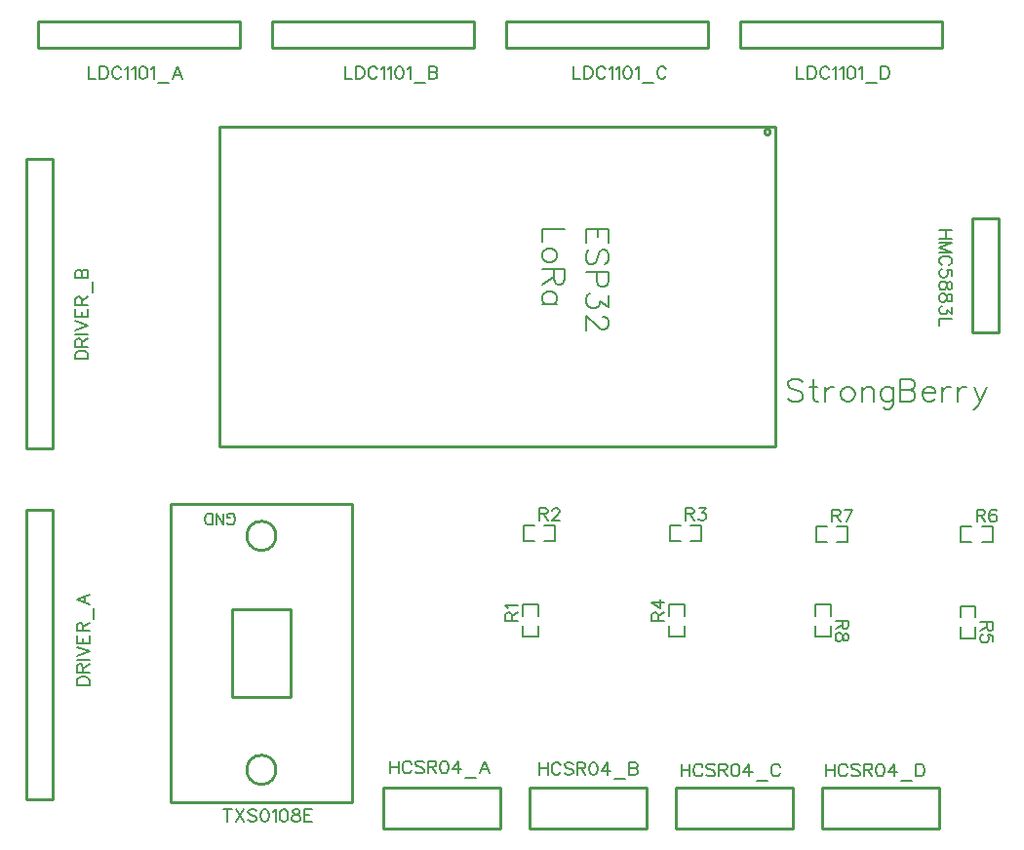
<source format=gto>
G04 Layer: TopSilkLayer*
G04 EasyEDA v6.4.25, 2021-11-04T19:40:49--3:00*
G04 bceacf3c99fb4bb2a8aa43b2ed6fd2bc,9d8cb5f435b04c98b99c45f15073e7be,10*
G04 Gerber Generator version 0.2*
G04 Scale: 100 percent, Rotated: No, Reflected: No *
G04 Dimensions in millimeters *
G04 leading zeros omitted , absolute positions ,4 integer and 5 decimal *
%FSLAX45Y45*%
%MOMM*%

%ADD19C,0.2540*%
%ADD20C,0.1524*%
%ADD21C,0.2032*%

%LPD*%
D21*
X11978386Y3860292D02*
G01*
X11959843Y3878834D01*
X11932158Y3887978D01*
X11895327Y3887978D01*
X11867641Y3878834D01*
X11849100Y3860292D01*
X11849100Y3841750D01*
X11858243Y3823462D01*
X11867641Y3814063D01*
X11885929Y3804920D01*
X11941556Y3786378D01*
X11959843Y3777234D01*
X11969241Y3768089D01*
X11978386Y3749547D01*
X11978386Y3721862D01*
X11959843Y3703320D01*
X11932158Y3694176D01*
X11895327Y3694176D01*
X11867641Y3703320D01*
X11849100Y3721862D01*
X12067031Y3887978D02*
G01*
X12067031Y3731005D01*
X12076429Y3703320D01*
X12094718Y3694176D01*
X12113259Y3694176D01*
X12039345Y3823462D02*
G01*
X12104115Y3823462D01*
X12174220Y3823462D02*
G01*
X12174220Y3694176D01*
X12174220Y3768089D02*
G01*
X12183363Y3795776D01*
X12201906Y3814063D01*
X12220447Y3823462D01*
X12248134Y3823462D01*
X12355322Y3823462D02*
G01*
X12336779Y3814063D01*
X12318238Y3795776D01*
X12309093Y3768089D01*
X12309093Y3749547D01*
X12318238Y3721862D01*
X12336779Y3703320D01*
X12355322Y3694176D01*
X12383008Y3694176D01*
X12401550Y3703320D01*
X12419838Y3721862D01*
X12429236Y3749547D01*
X12429236Y3768089D01*
X12419838Y3795776D01*
X12401550Y3814063D01*
X12383008Y3823462D01*
X12355322Y3823462D01*
X12490195Y3823462D02*
G01*
X12490195Y3694176D01*
X12490195Y3786378D02*
G01*
X12517881Y3814063D01*
X12536170Y3823462D01*
X12564109Y3823462D01*
X12582397Y3814063D01*
X12591795Y3786378D01*
X12591795Y3694176D01*
X12763500Y3823462D02*
G01*
X12763500Y3675634D01*
X12754356Y3647947D01*
X12744958Y3638550D01*
X12726670Y3629405D01*
X12698729Y3629405D01*
X12680441Y3638550D01*
X12763500Y3795776D02*
G01*
X12744958Y3814063D01*
X12726670Y3823462D01*
X12698729Y3823462D01*
X12680441Y3814063D01*
X12661900Y3795776D01*
X12652756Y3768089D01*
X12652756Y3749547D01*
X12661900Y3721862D01*
X12680441Y3703320D01*
X12698729Y3694176D01*
X12726670Y3694176D01*
X12744958Y3703320D01*
X12763500Y3721862D01*
X12824459Y3887978D02*
G01*
X12824459Y3694176D01*
X12824459Y3887978D02*
G01*
X12907518Y3887978D01*
X12935204Y3878834D01*
X12944602Y3869689D01*
X12953745Y3851147D01*
X12953745Y3832605D01*
X12944602Y3814063D01*
X12935204Y3804920D01*
X12907518Y3795776D01*
X12824459Y3795776D02*
G01*
X12907518Y3795776D01*
X12935204Y3786378D01*
X12944602Y3777234D01*
X12953745Y3758692D01*
X12953745Y3731005D01*
X12944602Y3712463D01*
X12935204Y3703320D01*
X12907518Y3694176D01*
X12824459Y3694176D01*
X13014706Y3768089D02*
G01*
X13125450Y3768089D01*
X13125450Y3786378D01*
X13116306Y3804920D01*
X13107161Y3814063D01*
X13088620Y3823462D01*
X13060934Y3823462D01*
X13042391Y3814063D01*
X13023850Y3795776D01*
X13014706Y3768089D01*
X13014706Y3749547D01*
X13023850Y3721862D01*
X13042391Y3703320D01*
X13060934Y3694176D01*
X13088620Y3694176D01*
X13107161Y3703320D01*
X13125450Y3721862D01*
X13186409Y3823462D02*
G01*
X13186409Y3694176D01*
X13186409Y3768089D02*
G01*
X13195808Y3795776D01*
X13214350Y3814063D01*
X13232638Y3823462D01*
X13260324Y3823462D01*
X13321284Y3823462D02*
G01*
X13321284Y3694176D01*
X13321284Y3768089D02*
G01*
X13330681Y3795776D01*
X13348970Y3814063D01*
X13367511Y3823462D01*
X13395197Y3823462D01*
X13465556Y3823462D02*
G01*
X13520927Y3694176D01*
X13576300Y3823462D02*
G01*
X13520927Y3694176D01*
X13502386Y3657092D01*
X13483843Y3638550D01*
X13465556Y3629405D01*
X13456158Y3629405D01*
D20*
X8001000Y6605015D02*
G01*
X8001000Y6496050D01*
X8001000Y6496050D02*
G01*
X8063229Y6496050D01*
X8097520Y6605015D02*
G01*
X8097520Y6496050D01*
X8097520Y6605015D02*
G01*
X8134095Y6605015D01*
X8149590Y6599936D01*
X8160004Y6589521D01*
X8165084Y6579108D01*
X8170418Y6563360D01*
X8170418Y6537452D01*
X8165084Y6521957D01*
X8160004Y6511544D01*
X8149590Y6501129D01*
X8134095Y6496050D01*
X8097520Y6496050D01*
X8282686Y6579108D02*
G01*
X8277352Y6589521D01*
X8266938Y6599936D01*
X8256524Y6605015D01*
X8235950Y6605015D01*
X8225536Y6599936D01*
X8215122Y6589521D01*
X8209788Y6579108D01*
X8204708Y6563360D01*
X8204708Y6537452D01*
X8209788Y6521957D01*
X8215122Y6511544D01*
X8225536Y6501129D01*
X8235950Y6496050D01*
X8256524Y6496050D01*
X8266938Y6501129D01*
X8277352Y6511544D01*
X8282686Y6521957D01*
X8316975Y6584187D02*
G01*
X8327390Y6589521D01*
X8342884Y6605015D01*
X8342884Y6496050D01*
X8377174Y6584187D02*
G01*
X8387588Y6589521D01*
X8403081Y6605015D01*
X8403081Y6496050D01*
X8468613Y6605015D02*
G01*
X8453120Y6599936D01*
X8442706Y6584187D01*
X8437372Y6558279D01*
X8437372Y6542786D01*
X8442706Y6516623D01*
X8453120Y6501129D01*
X8468613Y6496050D01*
X8479027Y6496050D01*
X8494522Y6501129D01*
X8504936Y6516623D01*
X8510270Y6542786D01*
X8510270Y6558279D01*
X8504936Y6584187D01*
X8494522Y6599936D01*
X8479027Y6605015D01*
X8468613Y6605015D01*
X8544559Y6584187D02*
G01*
X8554720Y6589521D01*
X8570468Y6605015D01*
X8570468Y6496050D01*
X8604758Y6459473D02*
G01*
X8698229Y6459473D01*
X8732520Y6605015D02*
G01*
X8732520Y6496050D01*
X8732520Y6605015D02*
G01*
X8779256Y6605015D01*
X8794750Y6599936D01*
X8800084Y6594602D01*
X8805163Y6584187D01*
X8805163Y6573773D01*
X8800084Y6563360D01*
X8794750Y6558279D01*
X8779256Y6553200D01*
X8732520Y6553200D02*
G01*
X8779256Y6553200D01*
X8794750Y6547865D01*
X8800084Y6542786D01*
X8805163Y6532371D01*
X8805163Y6516623D01*
X8800084Y6506210D01*
X8794750Y6501129D01*
X8779256Y6496050D01*
X8732520Y6496050D01*
X9982200Y6605015D02*
G01*
X9982200Y6496050D01*
X9982200Y6496050D02*
G01*
X10044429Y6496050D01*
X10078720Y6605015D02*
G01*
X10078720Y6496050D01*
X10078720Y6605015D02*
G01*
X10115295Y6605015D01*
X10130790Y6599936D01*
X10141204Y6589521D01*
X10146284Y6579108D01*
X10151618Y6563360D01*
X10151618Y6537452D01*
X10146284Y6521957D01*
X10141204Y6511544D01*
X10130790Y6501129D01*
X10115295Y6496050D01*
X10078720Y6496050D01*
X10263886Y6579108D02*
G01*
X10258552Y6589521D01*
X10248138Y6599936D01*
X10237724Y6605015D01*
X10217150Y6605015D01*
X10206736Y6599936D01*
X10196322Y6589521D01*
X10190988Y6579108D01*
X10185908Y6563360D01*
X10185908Y6537452D01*
X10190988Y6521957D01*
X10196322Y6511544D01*
X10206736Y6501129D01*
X10217150Y6496050D01*
X10237724Y6496050D01*
X10248138Y6501129D01*
X10258552Y6511544D01*
X10263886Y6521957D01*
X10298175Y6584187D02*
G01*
X10308590Y6589521D01*
X10324084Y6605015D01*
X10324084Y6496050D01*
X10358374Y6584187D02*
G01*
X10368788Y6589521D01*
X10384281Y6605015D01*
X10384281Y6496050D01*
X10449813Y6605015D02*
G01*
X10434320Y6599936D01*
X10423906Y6584187D01*
X10418572Y6558279D01*
X10418572Y6542786D01*
X10423906Y6516623D01*
X10434320Y6501129D01*
X10449813Y6496050D01*
X10460227Y6496050D01*
X10475722Y6501129D01*
X10486136Y6516623D01*
X10491470Y6542786D01*
X10491470Y6558279D01*
X10486136Y6584187D01*
X10475722Y6599936D01*
X10460227Y6605015D01*
X10449813Y6605015D01*
X10525759Y6584187D02*
G01*
X10535920Y6589521D01*
X10551668Y6605015D01*
X10551668Y6496050D01*
X10585958Y6459473D02*
G01*
X10679429Y6459473D01*
X10791697Y6579108D02*
G01*
X10786363Y6589521D01*
X10775950Y6599936D01*
X10765790Y6605015D01*
X10744961Y6605015D01*
X10734547Y6599936D01*
X10724134Y6589521D01*
X10718800Y6579108D01*
X10713720Y6563360D01*
X10713720Y6537452D01*
X10718800Y6521957D01*
X10724134Y6511544D01*
X10734547Y6501129D01*
X10744961Y6496050D01*
X10765790Y6496050D01*
X10775950Y6501129D01*
X10786363Y6511544D01*
X10791697Y6521957D01*
X11925300Y6605015D02*
G01*
X11925300Y6496050D01*
X11925300Y6496050D02*
G01*
X11987529Y6496050D01*
X12021820Y6605015D02*
G01*
X12021820Y6496050D01*
X12021820Y6605015D02*
G01*
X12058395Y6605015D01*
X12073890Y6599936D01*
X12084304Y6589521D01*
X12089384Y6579108D01*
X12094718Y6563360D01*
X12094718Y6537452D01*
X12089384Y6521957D01*
X12084304Y6511544D01*
X12073890Y6501129D01*
X12058395Y6496050D01*
X12021820Y6496050D01*
X12206986Y6579108D02*
G01*
X12201652Y6589521D01*
X12191238Y6599936D01*
X12180824Y6605015D01*
X12160250Y6605015D01*
X12149836Y6599936D01*
X12139422Y6589521D01*
X12134088Y6579108D01*
X12129008Y6563360D01*
X12129008Y6537452D01*
X12134088Y6521957D01*
X12139422Y6511544D01*
X12149836Y6501129D01*
X12160250Y6496050D01*
X12180824Y6496050D01*
X12191238Y6501129D01*
X12201652Y6511544D01*
X12206986Y6521957D01*
X12241275Y6584187D02*
G01*
X12251690Y6589521D01*
X12267184Y6605015D01*
X12267184Y6496050D01*
X12301474Y6584187D02*
G01*
X12311888Y6589521D01*
X12327381Y6605015D01*
X12327381Y6496050D01*
X12392913Y6605015D02*
G01*
X12377420Y6599936D01*
X12367006Y6584187D01*
X12361672Y6558279D01*
X12361672Y6542786D01*
X12367006Y6516623D01*
X12377420Y6501129D01*
X12392913Y6496050D01*
X12403327Y6496050D01*
X12418822Y6501129D01*
X12429236Y6516623D01*
X12434570Y6542786D01*
X12434570Y6558279D01*
X12429236Y6584187D01*
X12418822Y6599936D01*
X12403327Y6605015D01*
X12392913Y6605015D01*
X12468859Y6584187D02*
G01*
X12479020Y6589521D01*
X12494768Y6605015D01*
X12494768Y6496050D01*
X12529058Y6459473D02*
G01*
X12622529Y6459473D01*
X12656820Y6605015D02*
G01*
X12656820Y6496050D01*
X12656820Y6605015D02*
G01*
X12693141Y6605015D01*
X12708890Y6599936D01*
X12719050Y6589521D01*
X12724384Y6579108D01*
X12729463Y6563360D01*
X12729463Y6537452D01*
X12724384Y6521957D01*
X12719050Y6511544D01*
X12708890Y6501129D01*
X12693141Y6496050D01*
X12656820Y6496050D01*
X5663140Y4064007D02*
G01*
X5772360Y4064007D01*
X5663140Y4064007D02*
G01*
X5663140Y4100329D01*
X5668474Y4116077D01*
X5678634Y4126237D01*
X5689048Y4131571D01*
X5704796Y4136651D01*
X5730704Y4136651D01*
X5746198Y4131571D01*
X5756612Y4126237D01*
X5767026Y4116077D01*
X5772360Y4100329D01*
X5772360Y4064007D01*
X5663140Y4170941D02*
G01*
X5772360Y4170941D01*
X5663140Y4170941D02*
G01*
X5663140Y4217677D01*
X5668474Y4233425D01*
X5673554Y4238505D01*
X5683968Y4243839D01*
X5694382Y4243839D01*
X5704796Y4238505D01*
X5709876Y4233425D01*
X5715210Y4217677D01*
X5715210Y4170941D01*
X5715210Y4207517D02*
G01*
X5772360Y4243839D01*
X5663140Y4278129D02*
G01*
X5772360Y4278129D01*
X5663140Y4312419D02*
G01*
X5772360Y4353821D01*
X5663140Y4395477D02*
G01*
X5772360Y4353821D01*
X5663140Y4429767D02*
G01*
X5772360Y4429767D01*
X5663140Y4429767D02*
G01*
X5663140Y4497331D01*
X5715210Y4429767D02*
G01*
X5715210Y4471423D01*
X5772360Y4429767D02*
G01*
X5772360Y4497331D01*
X5663140Y4531621D02*
G01*
X5772360Y4531621D01*
X5663140Y4531621D02*
G01*
X5663140Y4578357D01*
X5668474Y4593851D01*
X5673554Y4599185D01*
X5683968Y4604265D01*
X5694382Y4604265D01*
X5704796Y4599185D01*
X5709876Y4593851D01*
X5715210Y4578357D01*
X5715210Y4531621D01*
X5715210Y4567943D02*
G01*
X5772360Y4604265D01*
X5808682Y4638555D02*
G01*
X5808682Y4732027D01*
X5663140Y4766317D02*
G01*
X5772360Y4766317D01*
X5663140Y4766317D02*
G01*
X5663140Y4813307D01*
X5668474Y4828801D01*
X5673554Y4833881D01*
X5683968Y4839215D01*
X5694382Y4839215D01*
X5704796Y4833881D01*
X5709876Y4828801D01*
X5715210Y4813307D01*
X5715210Y4766317D02*
G01*
X5715210Y4813307D01*
X5720290Y4828801D01*
X5725624Y4833881D01*
X5735784Y4839215D01*
X5751532Y4839215D01*
X5761946Y4833881D01*
X5767026Y4828801D01*
X5772360Y4813307D01*
X5772360Y4766317D01*
X9690100Y559815D02*
G01*
X9690100Y450850D01*
X9762743Y559815D02*
G01*
X9762743Y450850D01*
X9690100Y508000D02*
G01*
X9762743Y508000D01*
X9875011Y533907D02*
G01*
X9869931Y544321D01*
X9859518Y554736D01*
X9849104Y559815D01*
X9828275Y559815D01*
X9817861Y554736D01*
X9807447Y544321D01*
X9802368Y533907D01*
X9797034Y518160D01*
X9797034Y492252D01*
X9802368Y476757D01*
X9807447Y466344D01*
X9817861Y455929D01*
X9828275Y450850D01*
X9849104Y450850D01*
X9859518Y455929D01*
X9869931Y466344D01*
X9875011Y476757D01*
X9982200Y544321D02*
G01*
X9971786Y554736D01*
X9956038Y559815D01*
X9935209Y559815D01*
X9919715Y554736D01*
X9909302Y544321D01*
X9909302Y533907D01*
X9914636Y523494D01*
X9919715Y518160D01*
X9930129Y513079D01*
X9961372Y502665D01*
X9971786Y497586D01*
X9976865Y492252D01*
X9982200Y481837D01*
X9982200Y466344D01*
X9971786Y455929D01*
X9956038Y450850D01*
X9935209Y450850D01*
X9919715Y455929D01*
X9909302Y466344D01*
X10016490Y559815D02*
G01*
X10016490Y450850D01*
X10016490Y559815D02*
G01*
X10063225Y559815D01*
X10078720Y554736D01*
X10083800Y549402D01*
X10089134Y538987D01*
X10089134Y528573D01*
X10083800Y518160D01*
X10078720Y513079D01*
X10063225Y508000D01*
X10016490Y508000D01*
X10052811Y508000D02*
G01*
X10089134Y450850D01*
X10154665Y559815D02*
G01*
X10138918Y554736D01*
X10128504Y538987D01*
X10123424Y513079D01*
X10123424Y497586D01*
X10128504Y471423D01*
X10138918Y455929D01*
X10154665Y450850D01*
X10165079Y450850D01*
X10180574Y455929D01*
X10190988Y471423D01*
X10196068Y497586D01*
X10196068Y513079D01*
X10190988Y538987D01*
X10180574Y554736D01*
X10165079Y559815D01*
X10154665Y559815D01*
X10282427Y559815D02*
G01*
X10230358Y487171D01*
X10308336Y487171D01*
X10282427Y559815D02*
G01*
X10282427Y450850D01*
X10342625Y414273D02*
G01*
X10436097Y414273D01*
X10470388Y559815D02*
G01*
X10470388Y450850D01*
X10470388Y559815D02*
G01*
X10517124Y559815D01*
X10532872Y554736D01*
X10537952Y549402D01*
X10543286Y538987D01*
X10543286Y528573D01*
X10537952Y518160D01*
X10532872Y513079D01*
X10517124Y508000D01*
X10470388Y508000D02*
G01*
X10517124Y508000D01*
X10532872Y502665D01*
X10537952Y497586D01*
X10543286Y487171D01*
X10543286Y471423D01*
X10537952Y461010D01*
X10532872Y455929D01*
X10517124Y450850D01*
X10470388Y450850D01*
X10922000Y547115D02*
G01*
X10922000Y438150D01*
X10994643Y547115D02*
G01*
X10994643Y438150D01*
X10922000Y495300D02*
G01*
X10994643Y495300D01*
X11106911Y521207D02*
G01*
X11101831Y531621D01*
X11091418Y542036D01*
X11081004Y547115D01*
X11060175Y547115D01*
X11049761Y542036D01*
X11039347Y531621D01*
X11034268Y521207D01*
X11028934Y505460D01*
X11028934Y479552D01*
X11034268Y464057D01*
X11039347Y453644D01*
X11049761Y443229D01*
X11060175Y438150D01*
X11081004Y438150D01*
X11091418Y443229D01*
X11101831Y453644D01*
X11106911Y464057D01*
X11214100Y531621D02*
G01*
X11203686Y542036D01*
X11187938Y547115D01*
X11167109Y547115D01*
X11151615Y542036D01*
X11141202Y531621D01*
X11141202Y521207D01*
X11146536Y510794D01*
X11151615Y505460D01*
X11162029Y500379D01*
X11193272Y489965D01*
X11203686Y484886D01*
X11208765Y479552D01*
X11214100Y469137D01*
X11214100Y453644D01*
X11203686Y443229D01*
X11187938Y438150D01*
X11167109Y438150D01*
X11151615Y443229D01*
X11141202Y453644D01*
X11248390Y547115D02*
G01*
X11248390Y438150D01*
X11248390Y547115D02*
G01*
X11295125Y547115D01*
X11310620Y542036D01*
X11315700Y536702D01*
X11321034Y526287D01*
X11321034Y515873D01*
X11315700Y505460D01*
X11310620Y500379D01*
X11295125Y495300D01*
X11248390Y495300D01*
X11284711Y495300D02*
G01*
X11321034Y438150D01*
X11386565Y547115D02*
G01*
X11370818Y542036D01*
X11360404Y526287D01*
X11355324Y500379D01*
X11355324Y484886D01*
X11360404Y458723D01*
X11370818Y443229D01*
X11386565Y438150D01*
X11396979Y438150D01*
X11412474Y443229D01*
X11422888Y458723D01*
X11427968Y484886D01*
X11427968Y500379D01*
X11422888Y526287D01*
X11412474Y542036D01*
X11396979Y547115D01*
X11386565Y547115D01*
X11514327Y547115D02*
G01*
X11462258Y474471D01*
X11540236Y474471D01*
X11514327Y547115D02*
G01*
X11514327Y438150D01*
X11574525Y401573D02*
G01*
X11667997Y401573D01*
X11780265Y521207D02*
G01*
X11775186Y531621D01*
X11764772Y542036D01*
X11754358Y547115D01*
X11733529Y547115D01*
X11723115Y542036D01*
X11712702Y531621D01*
X11707622Y521207D01*
X11702288Y505460D01*
X11702288Y479552D01*
X11707622Y464057D01*
X11712702Y453644D01*
X11723115Y443229D01*
X11733529Y438150D01*
X11754358Y438150D01*
X11764772Y443229D01*
X11775186Y453644D01*
X11780265Y464057D01*
X12179300Y547115D02*
G01*
X12179300Y438150D01*
X12251943Y547115D02*
G01*
X12251943Y438150D01*
X12179300Y495300D02*
G01*
X12251943Y495300D01*
X12364211Y521207D02*
G01*
X12359131Y531621D01*
X12348718Y542036D01*
X12338304Y547115D01*
X12317475Y547115D01*
X12307061Y542036D01*
X12296647Y531621D01*
X12291568Y521207D01*
X12286234Y505460D01*
X12286234Y479552D01*
X12291568Y464057D01*
X12296647Y453644D01*
X12307061Y443229D01*
X12317475Y438150D01*
X12338304Y438150D01*
X12348718Y443229D01*
X12359131Y453644D01*
X12364211Y464057D01*
X12471400Y531621D02*
G01*
X12460986Y542036D01*
X12445238Y547115D01*
X12424409Y547115D01*
X12408915Y542036D01*
X12398502Y531621D01*
X12398502Y521207D01*
X12403836Y510794D01*
X12408915Y505460D01*
X12419329Y500379D01*
X12450572Y489965D01*
X12460986Y484886D01*
X12466065Y479552D01*
X12471400Y469137D01*
X12471400Y453644D01*
X12460986Y443229D01*
X12445238Y438150D01*
X12424409Y438150D01*
X12408915Y443229D01*
X12398502Y453644D01*
X12505690Y547115D02*
G01*
X12505690Y438150D01*
X12505690Y547115D02*
G01*
X12552425Y547115D01*
X12567920Y542036D01*
X12573000Y536702D01*
X12578334Y526287D01*
X12578334Y515873D01*
X12573000Y505460D01*
X12567920Y500379D01*
X12552425Y495300D01*
X12505690Y495300D01*
X12542011Y495300D02*
G01*
X12578334Y438150D01*
X12643865Y547115D02*
G01*
X12628118Y542036D01*
X12617704Y526287D01*
X12612624Y500379D01*
X12612624Y484886D01*
X12617704Y458723D01*
X12628118Y443229D01*
X12643865Y438150D01*
X12654279Y438150D01*
X12669774Y443229D01*
X12680188Y458723D01*
X12685268Y484886D01*
X12685268Y500379D01*
X12680188Y526287D01*
X12669774Y542036D01*
X12654279Y547115D01*
X12643865Y547115D01*
X12771627Y547115D02*
G01*
X12719558Y474471D01*
X12797536Y474471D01*
X12771627Y547115D02*
G01*
X12771627Y438150D01*
X12831825Y401573D02*
G01*
X12925297Y401573D01*
X12959588Y547115D02*
G01*
X12959588Y438150D01*
X12959588Y547115D02*
G01*
X12995909Y547115D01*
X13011658Y542036D01*
X13022072Y531621D01*
X13027152Y521207D01*
X13032486Y505460D01*
X13032486Y479552D01*
X13027152Y464057D01*
X13022072Y453644D01*
X13011658Y443229D01*
X12995909Y438150D01*
X12959588Y438150D01*
X6983222Y153415D02*
G01*
X6983222Y44450D01*
X6946900Y153415D02*
G01*
X7019543Y153415D01*
X7053834Y153415D02*
G01*
X7126731Y44450D01*
X7126731Y153415D02*
G01*
X7053834Y44450D01*
X7233665Y137921D02*
G01*
X7223252Y148336D01*
X7207758Y153415D01*
X7186929Y153415D01*
X7171436Y148336D01*
X7161022Y137921D01*
X7161022Y127507D01*
X7166102Y117094D01*
X7171436Y111760D01*
X7181850Y106679D01*
X7212838Y96265D01*
X7223252Y91186D01*
X7228586Y85852D01*
X7233665Y75437D01*
X7233665Y59944D01*
X7223252Y49529D01*
X7207758Y44450D01*
X7186929Y44450D01*
X7171436Y49529D01*
X7161022Y59944D01*
X7299197Y153415D02*
G01*
X7283450Y148336D01*
X7273290Y132587D01*
X7267956Y106679D01*
X7267956Y91186D01*
X7273290Y65023D01*
X7283450Y49529D01*
X7299197Y44450D01*
X7309611Y44450D01*
X7325106Y49529D01*
X7335520Y65023D01*
X7340600Y91186D01*
X7340600Y106679D01*
X7335520Y132587D01*
X7325106Y148336D01*
X7309611Y153415D01*
X7299197Y153415D01*
X7374890Y132587D02*
G01*
X7385304Y137921D01*
X7401052Y153415D01*
X7401052Y44450D01*
X7466329Y153415D02*
G01*
X7450836Y148336D01*
X7440422Y132587D01*
X7435341Y106679D01*
X7435341Y91186D01*
X7440422Y65023D01*
X7450836Y49529D01*
X7466329Y44450D01*
X7476743Y44450D01*
X7492491Y49529D01*
X7502906Y65023D01*
X7507986Y91186D01*
X7507986Y106679D01*
X7502906Y132587D01*
X7492491Y148336D01*
X7476743Y153415D01*
X7466329Y153415D01*
X7568184Y153415D02*
G01*
X7552690Y148336D01*
X7547609Y137921D01*
X7547609Y127507D01*
X7552690Y117094D01*
X7563104Y111760D01*
X7583931Y106679D01*
X7599425Y101600D01*
X7609840Y91186D01*
X7614920Y80771D01*
X7614920Y65023D01*
X7609840Y54610D01*
X7604759Y49529D01*
X7589011Y44450D01*
X7568184Y44450D01*
X7552690Y49529D01*
X7547609Y54610D01*
X7542275Y65023D01*
X7542275Y80771D01*
X7547609Y91186D01*
X7557770Y101600D01*
X7573518Y106679D01*
X7594345Y111760D01*
X7604759Y117094D01*
X7609840Y127507D01*
X7609840Y137921D01*
X7604759Y148336D01*
X7589011Y153415D01*
X7568184Y153415D01*
X7649209Y153415D02*
G01*
X7649209Y44450D01*
X7649209Y153415D02*
G01*
X7716774Y153415D01*
X7649209Y101600D02*
G01*
X7690865Y101600D01*
X7649209Y44450D02*
G01*
X7716774Y44450D01*
D21*
X6979158Y2647442D02*
G01*
X6983729Y2638044D01*
X6993127Y2628900D01*
X7002272Y2624328D01*
X7020813Y2624328D01*
X7029958Y2628900D01*
X7039356Y2638044D01*
X7043927Y2647442D01*
X7048500Y2661157D01*
X7048500Y2684271D01*
X7043927Y2698242D01*
X7039356Y2707386D01*
X7029958Y2716529D01*
X7020813Y2721355D01*
X7002272Y2721355D01*
X6993127Y2716529D01*
X6983729Y2707386D01*
X6979158Y2698242D01*
X6979158Y2684271D01*
X7002272Y2684271D02*
G01*
X6979158Y2684271D01*
X6948677Y2624328D02*
G01*
X6948677Y2721355D01*
X6948677Y2624328D02*
G01*
X6884161Y2721355D01*
X6884161Y2624328D02*
G01*
X6884161Y2721355D01*
X6853681Y2624328D02*
G01*
X6853681Y2721355D01*
X6853681Y2624328D02*
G01*
X6821170Y2624328D01*
X6807454Y2628900D01*
X6798309Y2638044D01*
X6793484Y2647442D01*
X6788911Y2661157D01*
X6788911Y2684271D01*
X6793484Y2698242D01*
X6798309Y2707386D01*
X6807454Y2716529D01*
X6821170Y2721355D01*
X6853681Y2721355D01*
D20*
X5778500Y6605015D02*
G01*
X5778500Y6496050D01*
X5778500Y6496050D02*
G01*
X5840729Y6496050D01*
X5875020Y6605015D02*
G01*
X5875020Y6496050D01*
X5875020Y6605015D02*
G01*
X5911595Y6605015D01*
X5927090Y6599936D01*
X5937504Y6589521D01*
X5942584Y6579108D01*
X5947918Y6563360D01*
X5947918Y6537452D01*
X5942584Y6521957D01*
X5937504Y6511544D01*
X5927090Y6501129D01*
X5911595Y6496050D01*
X5875020Y6496050D01*
X6060186Y6579108D02*
G01*
X6054852Y6589521D01*
X6044438Y6599936D01*
X6034024Y6605015D01*
X6013450Y6605015D01*
X6003036Y6599936D01*
X5992622Y6589521D01*
X5987288Y6579108D01*
X5982208Y6563360D01*
X5982208Y6537452D01*
X5987288Y6521957D01*
X5992622Y6511544D01*
X6003036Y6501129D01*
X6013450Y6496050D01*
X6034024Y6496050D01*
X6044438Y6501129D01*
X6054852Y6511544D01*
X6060186Y6521957D01*
X6094475Y6584187D02*
G01*
X6104890Y6589521D01*
X6120384Y6605015D01*
X6120384Y6496050D01*
X6154674Y6584187D02*
G01*
X6165088Y6589521D01*
X6180581Y6605015D01*
X6180581Y6496050D01*
X6246113Y6605015D02*
G01*
X6230620Y6599936D01*
X6220206Y6584187D01*
X6214872Y6558279D01*
X6214872Y6542786D01*
X6220206Y6516623D01*
X6230620Y6501129D01*
X6246113Y6496050D01*
X6256527Y6496050D01*
X6272022Y6501129D01*
X6282436Y6516623D01*
X6287770Y6542786D01*
X6287770Y6558279D01*
X6282436Y6584187D01*
X6272022Y6599936D01*
X6256527Y6605015D01*
X6246113Y6605015D01*
X6322059Y6584187D02*
G01*
X6332220Y6589521D01*
X6347968Y6605015D01*
X6347968Y6496050D01*
X6382258Y6459473D02*
G01*
X6475729Y6459473D01*
X6551675Y6605015D02*
G01*
X6510020Y6496050D01*
X6551675Y6605015D02*
G01*
X6593077Y6496050D01*
X6525513Y6532371D02*
G01*
X6577584Y6532371D01*
X8394700Y572515D02*
G01*
X8394700Y463550D01*
X8467343Y572515D02*
G01*
X8467343Y463550D01*
X8394700Y520700D02*
G01*
X8467343Y520700D01*
X8579611Y546607D02*
G01*
X8574531Y557021D01*
X8564118Y567436D01*
X8553704Y572515D01*
X8532875Y572515D01*
X8522461Y567436D01*
X8512047Y557021D01*
X8506968Y546607D01*
X8501634Y530860D01*
X8501634Y504952D01*
X8506968Y489457D01*
X8512047Y479044D01*
X8522461Y468629D01*
X8532875Y463550D01*
X8553704Y463550D01*
X8564118Y468629D01*
X8574531Y479044D01*
X8579611Y489457D01*
X8686800Y557021D02*
G01*
X8676386Y567436D01*
X8660638Y572515D01*
X8639809Y572515D01*
X8624315Y567436D01*
X8613902Y557021D01*
X8613902Y546607D01*
X8619236Y536194D01*
X8624315Y530860D01*
X8634729Y525779D01*
X8665972Y515365D01*
X8676386Y510286D01*
X8681465Y504952D01*
X8686800Y494537D01*
X8686800Y479044D01*
X8676386Y468629D01*
X8660638Y463550D01*
X8639809Y463550D01*
X8624315Y468629D01*
X8613902Y479044D01*
X8721090Y572515D02*
G01*
X8721090Y463550D01*
X8721090Y572515D02*
G01*
X8767825Y572515D01*
X8783320Y567436D01*
X8788400Y562102D01*
X8793734Y551687D01*
X8793734Y541273D01*
X8788400Y530860D01*
X8783320Y525779D01*
X8767825Y520700D01*
X8721090Y520700D01*
X8757411Y520700D02*
G01*
X8793734Y463550D01*
X8859265Y572515D02*
G01*
X8843518Y567436D01*
X8833104Y551687D01*
X8828024Y525779D01*
X8828024Y510286D01*
X8833104Y484123D01*
X8843518Y468629D01*
X8859265Y463550D01*
X8869679Y463550D01*
X8885174Y468629D01*
X8895588Y484123D01*
X8900668Y510286D01*
X8900668Y525779D01*
X8895588Y551687D01*
X8885174Y567436D01*
X8869679Y572515D01*
X8859265Y572515D01*
X8987027Y572515D02*
G01*
X8934958Y499871D01*
X9012936Y499871D01*
X8987027Y572515D02*
G01*
X8987027Y463550D01*
X9047225Y426973D02*
G01*
X9140697Y426973D01*
X9216643Y572515D02*
G01*
X9174988Y463550D01*
X9216643Y572515D02*
G01*
X9258300Y463550D01*
X9190736Y499871D02*
G01*
X9242552Y499871D01*
X13272516Y5181600D02*
G01*
X13163550Y5181600D01*
X13272516Y5108955D02*
G01*
X13163550Y5108955D01*
X13220700Y5181600D02*
G01*
X13220700Y5108955D01*
X13272516Y5074665D02*
G01*
X13163550Y5074665D01*
X13272516Y5074665D02*
G01*
X13163550Y5033010D01*
X13272516Y4991354D02*
G01*
X13163550Y5033010D01*
X13272516Y4991354D02*
G01*
X13163550Y4991354D01*
X13246608Y4879339D02*
G01*
X13257022Y4884420D01*
X13267436Y4894834D01*
X13272516Y4905247D01*
X13272516Y4926076D01*
X13267436Y4936489D01*
X13257022Y4946650D01*
X13246608Y4951984D01*
X13230859Y4957063D01*
X13204952Y4957063D01*
X13189458Y4951984D01*
X13179043Y4946650D01*
X13168629Y4936489D01*
X13163550Y4926076D01*
X13163550Y4905247D01*
X13168629Y4894834D01*
X13179043Y4884420D01*
X13189458Y4879339D01*
X13272516Y4782565D02*
G01*
X13272516Y4834636D01*
X13225779Y4839715D01*
X13230859Y4834636D01*
X13236193Y4818887D01*
X13236193Y4803394D01*
X13230859Y4787900D01*
X13220700Y4777486D01*
X13204952Y4772152D01*
X13194538Y4772152D01*
X13179043Y4777486D01*
X13168629Y4787900D01*
X13163550Y4803394D01*
X13163550Y4818887D01*
X13168629Y4834636D01*
X13173709Y4839715D01*
X13184124Y4845050D01*
X13272516Y4711954D02*
G01*
X13267436Y4727447D01*
X13257022Y4732781D01*
X13246608Y4732781D01*
X13236193Y4727447D01*
X13230859Y4717034D01*
X13225779Y4696460D01*
X13220700Y4680712D01*
X13210286Y4670297D01*
X13199872Y4665218D01*
X13184124Y4665218D01*
X13173709Y4670297D01*
X13168629Y4675631D01*
X13163550Y4691126D01*
X13163550Y4711954D01*
X13168629Y4727447D01*
X13173709Y4732781D01*
X13184124Y4737862D01*
X13199872Y4737862D01*
X13210286Y4732781D01*
X13220700Y4722368D01*
X13225779Y4706620D01*
X13230859Y4686045D01*
X13236193Y4675631D01*
X13246608Y4670297D01*
X13257022Y4670297D01*
X13267436Y4675631D01*
X13272516Y4691126D01*
X13272516Y4711954D01*
X13272516Y4605020D02*
G01*
X13267436Y4620513D01*
X13257022Y4625594D01*
X13246608Y4625594D01*
X13236193Y4620513D01*
X13230859Y4610100D01*
X13225779Y4589271D01*
X13220700Y4573778D01*
X13210286Y4563363D01*
X13199872Y4558029D01*
X13184124Y4558029D01*
X13173709Y4563363D01*
X13168629Y4568444D01*
X13163550Y4584192D01*
X13163550Y4605020D01*
X13168629Y4620513D01*
X13173709Y4625594D01*
X13184124Y4630928D01*
X13199872Y4630928D01*
X13210286Y4625594D01*
X13220700Y4615179D01*
X13225779Y4599686D01*
X13230859Y4578857D01*
X13236193Y4568444D01*
X13246608Y4563363D01*
X13257022Y4563363D01*
X13267436Y4568444D01*
X13272516Y4584192D01*
X13272516Y4605020D01*
X13272516Y4513579D02*
G01*
X13272516Y4456429D01*
X13230859Y4487418D01*
X13230859Y4471923D01*
X13225779Y4461510D01*
X13220700Y4456429D01*
X13204952Y4451095D01*
X13194538Y4451095D01*
X13179043Y4456429D01*
X13168629Y4466589D01*
X13163550Y4482337D01*
X13163550Y4497831D01*
X13168629Y4513579D01*
X13173709Y4518660D01*
X13184124Y4523739D01*
X13272516Y4416805D02*
G01*
X13163550Y4416805D01*
X13163550Y4416805D02*
G01*
X13163550Y4354576D01*
X5675884Y1231900D02*
G01*
X5784850Y1231900D01*
X5675884Y1231900D02*
G01*
X5675884Y1268221D01*
X5680963Y1283970D01*
X5691377Y1294129D01*
X5701791Y1299463D01*
X5717540Y1304544D01*
X5743447Y1304544D01*
X5758941Y1299463D01*
X5769356Y1294129D01*
X5779770Y1283970D01*
X5784850Y1268221D01*
X5784850Y1231900D01*
X5675884Y1338834D02*
G01*
X5784850Y1338834D01*
X5675884Y1338834D02*
G01*
X5675884Y1385570D01*
X5680963Y1401318D01*
X5686297Y1406397D01*
X5696711Y1411731D01*
X5707125Y1411731D01*
X5717540Y1406397D01*
X5722620Y1401318D01*
X5727700Y1385570D01*
X5727700Y1338834D01*
X5727700Y1375410D02*
G01*
X5784850Y1411731D01*
X5675884Y1446021D02*
G01*
X5784850Y1446021D01*
X5675884Y1480312D02*
G01*
X5784850Y1521713D01*
X5675884Y1563370D02*
G01*
X5784850Y1521713D01*
X5675884Y1597660D02*
G01*
X5784850Y1597660D01*
X5675884Y1597660D02*
G01*
X5675884Y1665223D01*
X5727700Y1597660D02*
G01*
X5727700Y1639315D01*
X5784850Y1597660D02*
G01*
X5784850Y1665223D01*
X5675884Y1699513D02*
G01*
X5784850Y1699513D01*
X5675884Y1699513D02*
G01*
X5675884Y1746250D01*
X5680963Y1761744D01*
X5686297Y1767078D01*
X5696711Y1772157D01*
X5707125Y1772157D01*
X5717540Y1767078D01*
X5722620Y1761744D01*
X5727700Y1746250D01*
X5727700Y1699513D01*
X5727700Y1735836D02*
G01*
X5784850Y1772157D01*
X5821425Y1806447D02*
G01*
X5821425Y1899920D01*
X5675884Y1975865D02*
G01*
X5784850Y1934210D01*
X5675884Y1975865D02*
G01*
X5784850Y2017521D01*
X5748527Y1949957D02*
G01*
X5748527Y2001773D01*
D21*
X10288777Y5194300D02*
G01*
X10094975Y5194300D01*
X10288777Y5194300D02*
G01*
X10288777Y5074157D01*
X10196575Y5194300D02*
G01*
X10196575Y5120386D01*
X10094975Y5194300D02*
G01*
X10094975Y5074157D01*
X10261091Y4883912D02*
G01*
X10279634Y4902454D01*
X10288777Y4930139D01*
X10288777Y4966970D01*
X10279634Y4994910D01*
X10261091Y5013197D01*
X10242550Y5013197D01*
X10224261Y5004054D01*
X10214863Y4994910D01*
X10205720Y4976368D01*
X10187177Y4920995D01*
X10178034Y4902454D01*
X10168890Y4893310D01*
X10150347Y4883912D01*
X10122661Y4883912D01*
X10104120Y4902454D01*
X10094975Y4930139D01*
X10094975Y4966970D01*
X10104120Y4994910D01*
X10122661Y5013197D01*
X10288777Y4822952D02*
G01*
X10094975Y4822952D01*
X10288777Y4822952D02*
G01*
X10288777Y4739894D01*
X10279634Y4712207D01*
X10270490Y4702810D01*
X10251947Y4693665D01*
X10224261Y4693665D01*
X10205720Y4702810D01*
X10196575Y4712207D01*
X10187177Y4739894D01*
X10187177Y4822952D01*
X10288777Y4614163D02*
G01*
X10288777Y4512563D01*
X10214863Y4568189D01*
X10214863Y4540250D01*
X10205720Y4521962D01*
X10196575Y4512563D01*
X10168890Y4503420D01*
X10150347Y4503420D01*
X10122661Y4512563D01*
X10104120Y4531105D01*
X10094975Y4558792D01*
X10094975Y4586478D01*
X10104120Y4614163D01*
X10113263Y4623562D01*
X10131806Y4632705D01*
X10242550Y4433315D02*
G01*
X10251947Y4433315D01*
X10270490Y4423918D01*
X10279634Y4414773D01*
X10288777Y4396231D01*
X10288777Y4359402D01*
X10279634Y4340860D01*
X10270490Y4331715D01*
X10251947Y4322318D01*
X10233406Y4322318D01*
X10214863Y4331715D01*
X10187177Y4350004D01*
X10094975Y4442460D01*
X10094975Y4313173D01*
X9907777Y5194300D02*
G01*
X9713975Y5194300D01*
X9713975Y5194300D02*
G01*
X9713975Y5083555D01*
X9843261Y4976368D02*
G01*
X9833863Y4994910D01*
X9815575Y5013197D01*
X9787890Y5022595D01*
X9769347Y5022595D01*
X9741661Y5013197D01*
X9723120Y4994910D01*
X9713975Y4976368D01*
X9713975Y4948681D01*
X9723120Y4930139D01*
X9741661Y4911597D01*
X9769347Y4902454D01*
X9787890Y4902454D01*
X9815575Y4911597D01*
X9833863Y4930139D01*
X9843261Y4948681D01*
X9843261Y4976368D01*
X9907777Y4841494D02*
G01*
X9713975Y4841494D01*
X9907777Y4841494D02*
G01*
X9907777Y4758436D01*
X9898634Y4730750D01*
X9889490Y4721352D01*
X9870947Y4712207D01*
X9852406Y4712207D01*
X9833863Y4721352D01*
X9824720Y4730750D01*
X9815575Y4758436D01*
X9815575Y4841494D01*
X9815575Y4776723D02*
G01*
X9713975Y4712207D01*
X9843261Y4540250D02*
G01*
X9713975Y4540250D01*
X9815575Y4540250D02*
G01*
X9833863Y4558792D01*
X9843261Y4577334D01*
X9843261Y4605020D01*
X9833863Y4623562D01*
X9815575Y4641850D01*
X9787890Y4651247D01*
X9769347Y4651247D01*
X9741661Y4641850D01*
X9723120Y4623562D01*
X9713975Y4605020D01*
X9713975Y4577334D01*
X9723120Y4558792D01*
X9741661Y4540250D01*
D20*
X9396984Y1790700D02*
G01*
X9505950Y1790700D01*
X9396984Y1790700D02*
G01*
X9396984Y1837436D01*
X9402063Y1852929D01*
X9407397Y1858263D01*
X9417811Y1863344D01*
X9428225Y1863344D01*
X9438640Y1858263D01*
X9443720Y1852929D01*
X9448800Y1837436D01*
X9448800Y1790700D01*
X9448800Y1827021D02*
G01*
X9505950Y1863344D01*
X9417811Y1897634D02*
G01*
X9412477Y1908047D01*
X9396984Y1923795D01*
X9505950Y1923795D01*
X9690100Y2769615D02*
G01*
X9690100Y2660650D01*
X9690100Y2769615D02*
G01*
X9736836Y2769615D01*
X9752329Y2764536D01*
X9757663Y2759202D01*
X9762743Y2748787D01*
X9762743Y2738373D01*
X9757663Y2727960D01*
X9752329Y2722879D01*
X9736836Y2717800D01*
X9690100Y2717800D01*
X9726422Y2717800D02*
G01*
X9762743Y2660650D01*
X9802368Y2743707D02*
G01*
X9802368Y2748787D01*
X9807447Y2759202D01*
X9812781Y2764536D01*
X9823195Y2769615D01*
X9843770Y2769615D01*
X9854184Y2764536D01*
X9859518Y2759202D01*
X9864597Y2748787D01*
X9864597Y2738373D01*
X9859518Y2727960D01*
X9849104Y2712465D01*
X9797034Y2660650D01*
X9869931Y2660650D01*
X10960100Y2769615D02*
G01*
X10960100Y2660650D01*
X10960100Y2769615D02*
G01*
X11006836Y2769615D01*
X11022329Y2764536D01*
X11027663Y2759202D01*
X11032743Y2748787D01*
X11032743Y2738373D01*
X11027663Y2727960D01*
X11022329Y2722879D01*
X11006836Y2717800D01*
X10960100Y2717800D01*
X10996422Y2717800D02*
G01*
X11032743Y2660650D01*
X11077447Y2769615D02*
G01*
X11134597Y2769615D01*
X11103609Y2727960D01*
X11119104Y2727960D01*
X11129518Y2722879D01*
X11134597Y2717800D01*
X11139931Y2702052D01*
X11139931Y2691637D01*
X11134597Y2676144D01*
X11124184Y2665729D01*
X11108690Y2660650D01*
X11093195Y2660650D01*
X11077447Y2665729D01*
X11072368Y2670810D01*
X11067034Y2681223D01*
X10666984Y1790700D02*
G01*
X10775950Y1790700D01*
X10666984Y1790700D02*
G01*
X10666984Y1837436D01*
X10672063Y1852929D01*
X10677397Y1858263D01*
X10687811Y1863344D01*
X10698225Y1863344D01*
X10708640Y1858263D01*
X10713720Y1852929D01*
X10718800Y1837436D01*
X10718800Y1790700D01*
X10718800Y1827021D02*
G01*
X10775950Y1863344D01*
X10666984Y1949704D02*
G01*
X10739627Y1897634D01*
X10739627Y1975612D01*
X10666984Y1949704D02*
G01*
X10775950Y1949704D01*
X13628116Y1778000D02*
G01*
X13519150Y1778000D01*
X13628116Y1778000D02*
G01*
X13628116Y1731263D01*
X13623036Y1715770D01*
X13617702Y1710436D01*
X13607288Y1705355D01*
X13596874Y1705355D01*
X13586459Y1710436D01*
X13581379Y1715770D01*
X13576300Y1731263D01*
X13576300Y1778000D01*
X13576300Y1741678D02*
G01*
X13519150Y1705355D01*
X13628116Y1608581D02*
G01*
X13628116Y1660652D01*
X13581379Y1665731D01*
X13586459Y1660652D01*
X13591793Y1644904D01*
X13591793Y1629410D01*
X13586459Y1613915D01*
X13576300Y1603502D01*
X13560552Y1598168D01*
X13550138Y1598168D01*
X13534643Y1603502D01*
X13524229Y1613915D01*
X13519150Y1629410D01*
X13519150Y1644904D01*
X13524229Y1660652D01*
X13529309Y1665731D01*
X13539724Y1671065D01*
X13487400Y2756915D02*
G01*
X13487400Y2647950D01*
X13487400Y2756915D02*
G01*
X13534136Y2756915D01*
X13549629Y2751836D01*
X13554963Y2746502D01*
X13560043Y2736087D01*
X13560043Y2725673D01*
X13554963Y2715260D01*
X13549629Y2710179D01*
X13534136Y2705100D01*
X13487400Y2705100D01*
X13523722Y2705100D02*
G01*
X13560043Y2647950D01*
X13656818Y2741421D02*
G01*
X13651484Y2751836D01*
X13635990Y2756915D01*
X13625575Y2756915D01*
X13610081Y2751836D01*
X13599668Y2736087D01*
X13594334Y2710179D01*
X13594334Y2684271D01*
X13599668Y2663444D01*
X13610081Y2653029D01*
X13625575Y2647950D01*
X13630909Y2647950D01*
X13646404Y2653029D01*
X13656818Y2663444D01*
X13661897Y2678937D01*
X13661897Y2684271D01*
X13656818Y2699765D01*
X13646404Y2710179D01*
X13630909Y2715260D01*
X13625575Y2715260D01*
X13610081Y2710179D01*
X13599668Y2699765D01*
X13594334Y2684271D01*
X12230100Y2756915D02*
G01*
X12230100Y2647950D01*
X12230100Y2756915D02*
G01*
X12276836Y2756915D01*
X12292329Y2751836D01*
X12297663Y2746502D01*
X12302743Y2736087D01*
X12302743Y2725673D01*
X12297663Y2715260D01*
X12292329Y2710179D01*
X12276836Y2705100D01*
X12230100Y2705100D01*
X12266422Y2705100D02*
G01*
X12302743Y2647950D01*
X12409931Y2756915D02*
G01*
X12357861Y2647950D01*
X12337034Y2756915D02*
G01*
X12409931Y2756915D01*
X12370815Y1790700D02*
G01*
X12261850Y1790700D01*
X12370815Y1790700D02*
G01*
X12370815Y1743963D01*
X12365736Y1728470D01*
X12360402Y1723136D01*
X12349988Y1718055D01*
X12339574Y1718055D01*
X12329159Y1723136D01*
X12324079Y1728470D01*
X12319000Y1743963D01*
X12319000Y1790700D01*
X12319000Y1754378D02*
G01*
X12261850Y1718055D01*
X12370815Y1657604D02*
G01*
X12365736Y1673352D01*
X12355322Y1678431D01*
X12344908Y1678431D01*
X12334493Y1673352D01*
X12329159Y1662937D01*
X12324079Y1642110D01*
X12319000Y1626615D01*
X12308586Y1616202D01*
X12298172Y1610868D01*
X12282424Y1610868D01*
X12272009Y1616202D01*
X12266929Y1621281D01*
X12261850Y1637029D01*
X12261850Y1657604D01*
X12266929Y1673352D01*
X12272009Y1678431D01*
X12282424Y1683765D01*
X12298172Y1683765D01*
X12308586Y1678431D01*
X12319000Y1668018D01*
X12324079Y1652523D01*
X12329159Y1631695D01*
X12334493Y1621281D01*
X12344908Y1616202D01*
X12355322Y1616202D01*
X12365736Y1621281D01*
X12370815Y1637029D01*
X12370815Y1657604D01*
D19*
X7531100Y1130300D02*
G01*
X7531100Y1892300D01*
X7023100Y1892300D01*
X7023100Y1130300D01*
X7531100Y1130300D01*
X8064500Y215900D02*
G01*
X8064500Y2806700D01*
X6489700Y2806700D01*
X6489700Y215900D01*
X8064500Y215900D01*
X7086600Y6769100D02*
G01*
X5334000Y6769100D01*
X5334000Y6997700D01*
X7086600Y6997700D01*
X7086600Y6769100D01*
X8331200Y342900D02*
G01*
X9347200Y342900D01*
X9347200Y-12700D01*
X8331200Y-12700D01*
X8331200Y342900D01*
X13677900Y4292600D02*
G01*
X13449300Y4292600D01*
X13449300Y5283200D01*
X13677900Y5283200D01*
X13677900Y4292600D01*
X5232400Y241300D02*
G01*
X5232400Y2755900D01*
X5461000Y2755900D01*
X5461000Y241300D01*
X5232400Y241300D01*
X11150600Y6769100D02*
G01*
X9398000Y6769100D01*
X9398000Y6997700D01*
X11150600Y6997700D01*
X11150600Y6769100D01*
X11734800Y6083300D02*
G01*
X11734800Y3302000D01*
X6908800Y3302000D01*
X6908800Y6083300D01*
X11734800Y6083300D01*
X9601200Y342900D02*
G01*
X10617200Y342900D01*
X10617200Y-12700D01*
X9601200Y-12700D01*
X9601200Y342900D01*
X10871200Y342900D02*
G01*
X11887200Y342900D01*
X11887200Y-12700D01*
X10871200Y-12700D01*
X10871200Y342900D01*
X12141200Y342900D02*
G01*
X13157200Y342900D01*
X13157200Y-12700D01*
X12141200Y-12700D01*
X12141200Y342900D01*
X9118600Y6769100D02*
G01*
X7366000Y6769100D01*
X7366000Y6997700D01*
X9118600Y6997700D01*
X9118600Y6769100D01*
X13182600Y6769100D02*
G01*
X11430000Y6769100D01*
X11430000Y6997700D01*
X13182600Y6997700D01*
X13182600Y6769100D01*
X5232400Y3289300D02*
G01*
X5232400Y5803900D01*
X5461000Y5803900D01*
X5461000Y3289300D01*
X5232400Y3289300D01*
D20*
X9679960Y1833321D02*
G01*
X9679960Y1929208D01*
X9547839Y1929208D01*
X9547839Y1833321D01*
X9679960Y1748078D02*
G01*
X9679960Y1652191D01*
X9547839Y1652191D01*
X9547839Y1748078D01*
X9732721Y2486639D02*
G01*
X9828608Y2486639D01*
X9828608Y2618760D01*
X9732721Y2618760D01*
X9647478Y2486639D02*
G01*
X9551591Y2486639D01*
X9551591Y2618760D01*
X9647478Y2618760D01*
X11002721Y2486639D02*
G01*
X11098608Y2486639D01*
X11098608Y2618760D01*
X11002721Y2618760D01*
X10917478Y2486639D02*
G01*
X10821591Y2486639D01*
X10821591Y2618760D01*
X10917478Y2618760D01*
X10949960Y1833321D02*
G01*
X10949960Y1929208D01*
X10817839Y1929208D01*
X10817839Y1833321D01*
X10949960Y1748078D02*
G01*
X10949960Y1652191D01*
X10817839Y1652191D01*
X10817839Y1748078D01*
X13345139Y1735378D02*
G01*
X13345139Y1639491D01*
X13477260Y1639491D01*
X13477260Y1735378D01*
X13345139Y1820621D02*
G01*
X13345139Y1916508D01*
X13477260Y1916508D01*
X13477260Y1820621D01*
X13530021Y2473939D02*
G01*
X13625908Y2473939D01*
X13625908Y2606060D01*
X13530021Y2606060D01*
X13444778Y2473939D02*
G01*
X13348891Y2473939D01*
X13348891Y2606060D01*
X13444778Y2606060D01*
X12272721Y2473939D02*
G01*
X12368608Y2473939D01*
X12368608Y2606060D01*
X12272721Y2606060D01*
X12187478Y2473939D02*
G01*
X12091591Y2473939D01*
X12091591Y2606060D01*
X12187478Y2606060D01*
X12087839Y1748078D02*
G01*
X12087839Y1652191D01*
X12219960Y1652191D01*
X12219960Y1748078D01*
X12087839Y1833321D02*
G01*
X12087839Y1929208D01*
X12219960Y1929208D01*
X12219960Y1833321D01*
D19*
G75*
G01*
X7277029Y2400300D02*
G03*
X7265751Y2400808I70J127000D01*
G75*
G01*
X7277029Y368300D02*
G03*
X7265751Y368808I70J127000D01*
G75*
G01
X11696700Y6032500D02*
G03X11696700Y6032500I-25400J0D01*
M02*

</source>
